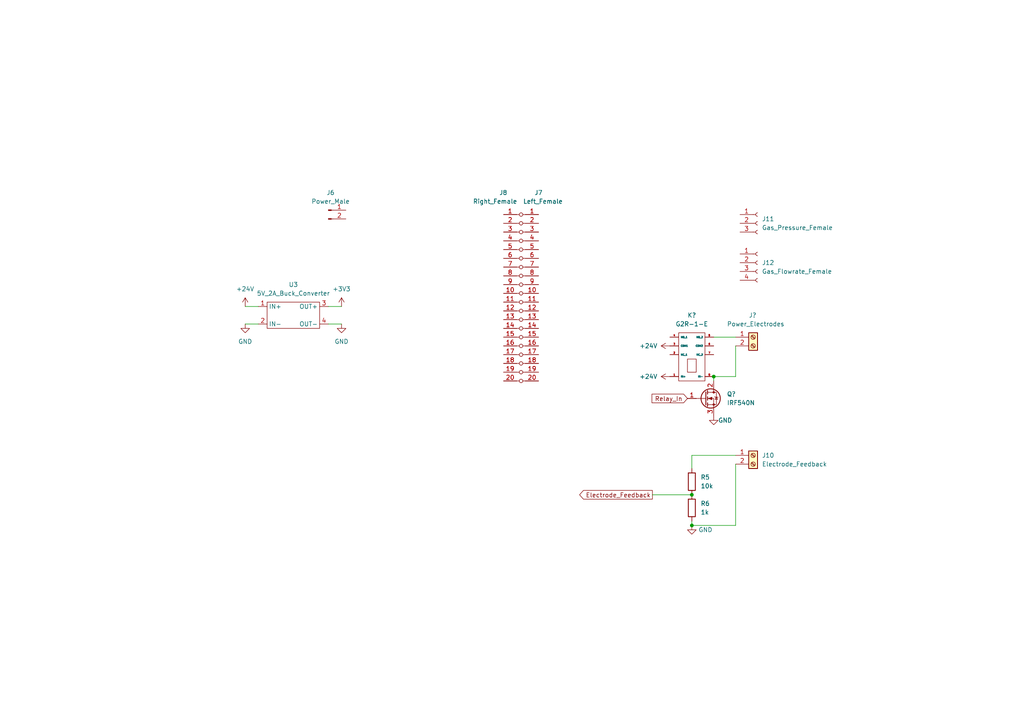
<source format=kicad_sch>
(kicad_sch (version 20211123) (generator eeschema)
  (paper "A4")
  (lib_symbols
    (symbol "5V_2A_Buck_Converter_1"
      (property "Reference" "U" (at 0 8.89 0))
      (property "Value" "5V_2A_Buck_Converter_1" (at 0 6.35 0))
      (symbol "5V_2A_Buck_Converter_1_0_1"
        (rectangle (start -7.62 3.81) (end 7.62 -3.81))
      )
      (symbol "5V_2A_Buck_Converter_1_1_1"
        (pin power_in line (at -10.16 2.54 0) (length 2.54) (name "IN+") (number "1"))
        (pin power_in line (at -10.16 -2.54 0) (length 2.54) (name "IN-") (number "2"))
        (pin power_out line (at 10.16 2.54 180) (length 2.54) (name "OUT+") (number "3"))
        (pin power_out line (at 10.16 -2.54 180) (length 2.54) (name "OUT-") (number "4"))
      )
    )
    (symbol "Connector:Conn_01x02_Male" (pin_names (offset 1.016) hide)
      (property "Reference" "J" (at 0 2.54 0))
      (property "Value" "Conn_01x02_Male" (at 0 -5.08 0))
      (symbol "Conn_01x02_Male_1_1"
        (polyline (pts (xy 1.27 -2.54) (xy 0.8636 -2.54)) (stroke (width 0.1524)))
        (polyline (pts (xy 1.27 0) (xy 0.8636 0)) (stroke (width 0.1524)))
        (rectangle (start 0.8636 -2.413) (end 0 -2.667) (stroke (width 0.1524)) (fill (type outline)))
        (rectangle (start 0.8636 0.127) (end 0 -0.127) (stroke (width 0.1524)) (fill (type outline)))
        (pin passive line (at 5.08 0 180) (length 3.81) (name "Pin_1") (number "1"))
        (pin passive line (at 5.08 -2.54 180) (length 3.81) (name "Pin_2") (number "2"))
      )
    )
    (symbol "Connector:Conn_01x03_Female" (pin_names (offset 1.016) hide)
      (property "Reference" "J" (at 0 5.08 0))
      (property "Value" "Conn_01x03_Female" (at 0 -5.08 0))
      (symbol "Conn_01x03_Female_1_1"
        (arc (start 0 -2.032) (mid -0.508 -2.54) (end 0 -3.048) (stroke (width 0.1524)))
        (polyline (pts (xy -1.27 -2.54) (xy -0.508 -2.54)) (stroke (width 0.1524)))
        (polyline (pts (xy -1.27 0) (xy -0.508 0)) (stroke (width 0.1524)))
        (polyline (pts (xy -1.27 2.54) (xy -0.508 2.54)) (stroke (width 0.1524)))
        (arc (start 0 0.508) (mid -0.508 0) (end 0 -0.508) (stroke (width 0.1524)))
        (arc (start 0 3.048) (mid -0.508 2.54) (end 0 2.032) (stroke (width 0.1524)))
        (pin passive line (at -5.08 2.54 0) (length 3.81) (name "Pin_1") (number "1"))
        (pin passive line (at -5.08 0 0) (length 3.81) (name "Pin_2") (number "2"))
        (pin passive line (at -5.08 -2.54 0) (length 3.81) (name "Pin_3") (number "3"))
      )
    )
    (symbol "Connector:Conn_01x04_Female" (pin_names (offset 1.016) hide)
      (property "Reference" "J" (at 0 5.08 0))
      (property "Value" "Conn_01x04_Female" (at 0 -7.62 0))
      (symbol "Conn_01x04_Female_1_1"
        (arc (start 0 -4.572) (mid -0.508 -5.08) (end 0 -5.588) (stroke (width 0.1524)))
        (arc (start 0 -2.032) (mid -0.508 -2.54) (end 0 -3.048) (stroke (width 0.1524)))
        (polyline (pts (xy -1.27 -5.08) (xy -0.508 -5.08)) (stroke (width 0.1524)))
        (polyline (pts (xy -1.27 -2.54) (xy -0.508 -2.54)) (stroke (width 0.1524)))
        (polyline (pts (xy -1.27 0) (xy -0.508 0)) (stroke (width 0.1524)))
        (polyline (pts (xy -1.27 2.54) (xy -0.508 2.54)) (stroke (width 0.1524)))
        (arc (start 0 0.508) (mid -0.508 0) (end 0 -0.508) (stroke (width 0.1524)))
        (arc (start 0 3.048) (mid -0.508 2.54) (end 0 2.032) (stroke (width 0.1524)))
        (pin passive line (at -5.08 2.54 0) (length 3.81) (name "Pin_1") (number "1"))
        (pin passive line (at -5.08 0 0) (length 3.81) (name "Pin_2") (number "2"))
        (pin passive line (at -5.08 -2.54 0) (length 3.81) (name "Pin_3") (number "3"))
        (pin passive line (at -5.08 -5.08 0) (length 3.81) (name "Pin_4") (number "4"))
      )
    )
    (symbol "Connector:Conn_01x20_Female" (pin_names (offset 1.016) hide)
      (property "Reference" "J" (at 0 25.4 0))
      (property "Value" "Conn_01x20_Female" (at 0 -27.94 0))
      (symbol "Conn_01x20_Female_1_1"
        (arc (start 0 -24.892) (mid -0.508 -25.4) (end 0 -25.908) (stroke (width 0.1524)))
        (arc (start 0 -22.352) (mid -0.508 -22.86) (end 0 -23.368) (stroke (width 0.1524)))
        (arc (start 0 -19.812) (mid -0.508 -20.32) (end 0 -20.828) (stroke (width 0.1524)))
        (arc (start 0 -17.272) (mid -0.508 -17.78) (end 0 -18.288) (stroke (width 0.1524)))
        (arc (start 0 -14.732) (mid -0.508 -15.24) (end 0 -15.748) (stroke (width 0.1524)))
        (arc (start 0 -12.192) (mid -0.508 -12.7) (end 0 -13.208) (stroke (width 0.1524)))
        (arc (start 0 -9.652) (mid -0.508 -10.16) (end 0 -10.668) (stroke (width 0.1524)))
        (arc (start 0 -7.112) (mid -0.508 -7.62) (end 0 -8.128) (stroke (width 0.1524)))
        (arc (start 0 -4.572) (mid -0.508 -5.08) (end 0 -5.588) (stroke (width 0.1524)))
        (arc (start 0 -2.032) (mid -0.508 -2.54) (end 0 -3.048) (stroke (width 0.1524)))
        (polyline (pts (xy -1.27 -25.4) (xy -0.508 -25.4)) (stroke (width 0.1524)))
        (polyline (pts (xy -1.27 -22.86) (xy -0.508 -22.86)) (stroke (width 0.1524)))
        (polyline (pts (xy -1.27 -20.32) (xy -0.508 -20.32)) (stroke (width 0.1524)))
        (polyline (pts (xy -1.27 -17.78) (xy -0.508 -17.78)) (stroke (width 0.1524)))
        (polyline (pts (xy -1.27 -15.24) (xy -0.508 -15.24)) (stroke (width 0.1524)))
        (polyline (pts (xy -1.27 -12.7) (xy -0.508 -12.7)) (stroke (width 0.1524)))
        (polyline (pts (xy -1.27 -10.16) (xy -0.508 -10.16)) (stroke (width 0.1524)))
        (polyline (pts (xy -1.27 -7.62) (xy -0.508 -7.62)) (stroke (width 0.1524)))
        (polyline (pts (xy -1.27 -5.08) (xy -0.508 -5.08)) (stroke (width 0.1524)))
        (polyline (pts (xy -1.27 -2.54) (xy -0.508 -2.54)) (stroke (width 0.1524)))
        (polyline (pts (xy -1.27 0) (xy -0.508 0)) (stroke (width 0.1524)))
        (polyline (pts (xy -1.27 2.54) (xy -0.508 2.54)) (stroke (width 0.1524)))
        (polyline (pts (xy -1.27 5.08) (xy -0.508 5.08)) (stroke (width 0.1524)))
        (polyline (pts (xy -1.27 7.62) (xy -0.508 7.62)) (stroke (width 0.1524)))
        (polyline (pts (xy -1.27 10.16) (xy -0.508 10.16)) (stroke (width 0.1524)))
        (polyline (pts (xy -1.27 12.7) (xy -0.508 12.7)) (stroke (width 0.1524)))
        (polyline (pts (xy -1.27 15.24) (xy -0.508 15.24)) (stroke (width 0.1524)))
        (polyline (pts (xy -1.27 17.78) (xy -0.508 17.78)) (stroke (width 0.1524)))
        (polyline (pts (xy -1.27 20.32) (xy -0.508 20.32)) (stroke (width 0.1524)))
        (polyline (pts (xy -1.27 22.86) (xy -0.508 22.86)) (stroke (width 0.1524)))
        (arc (start 0 0.508) (mid -0.508 0) (end 0 -0.508) (stroke (width 0.1524)))
        (arc (start 0 3.048) (mid -0.508 2.54) (end 0 2.032) (stroke (width 0.1524)))
        (arc (start 0 5.588) (mid -0.508 5.08) (end 0 4.572) (stroke (width 0.1524)))
        (arc (start 0 8.128) (mid -0.508 7.62) (end 0 7.112) (stroke (width 0.1524)))
        (arc (start 0 10.668) (mid -0.508 10.16) (end 0 9.652) (stroke (width 0.1524)))
        (arc (start 0 13.208) (mid -0.508 12.7) (end 0 12.192) (stroke (width 0.1524)))
        (arc (start 0 15.748) (mid -0.508 15.24) (end 0 14.732) (stroke (width 0.1524)))
        (arc (start 0 18.288) (mid -0.508 17.78) (end 0 17.272) (stroke (width 0.1524)))
        (arc (start 0 20.828) (mid -0.508 20.32) (end 0 19.812) (stroke (width 0.1524)))
        (arc (start 0 23.368) (mid -0.508 22.86) (end 0 22.352) (stroke (width 0.1524)))
        (pin passive line (at -5.08 22.86 0) (length 3.81) (name "Pin_1") (number "1"))
        (pin passive line (at -5.08 0 0) (length 3.81) (name "Pin_10") (number "10"))
        (pin passive line (at -5.08 -2.54 0) (length 3.81) (name "Pin_11") (number "11"))
        (pin passive line (at -5.08 -5.08 0) (length 3.81) (name "Pin_12") (number "12"))
        (pin passive line (at -5.08 -7.62 0) (length 3.81) (name "Pin_13") (number "13"))
        (pin passive line (at -5.08 -10.16 0) (length 3.81) (name "Pin_14") (number "14"))
        (pin passive line (at -5.08 -12.7 0) (length 3.81) (name "Pin_15") (number "15"))
        (pin passive line (at -5.08 -15.24 0) (length 3.81) (name "Pin_16") (number "16"))
        (pin passive line (at -5.08 -17.78 0) (length 3.81) (name "Pin_17") (number "17"))
        (pin passive line (at -5.08 -20.32 0) (length 3.81) (name "Pin_18") (number "18"))
        (pin passive line (at -5.08 -22.86 0) (length 3.81) (name "Pin_19") (number "19"))
        (pin passive line (at -5.08 20.32 0) (length 3.81) (name "Pin_2") (number "2"))
        (pin passive line (at -5.08 -25.4 0) (length 3.81) (name "Pin_20") (number "20"))
        (pin passive line (at -5.08 17.78 0) (length 3.81) (name "Pin_3") (number "3"))
        (pin passive line (at -5.08 15.24 0) (length 3.81) (name "Pin_4") (number "4"))
        (pin passive line (at -5.08 12.7 0) (length 3.81) (name "Pin_5") (number "5"))
        (pin passive line (at -5.08 10.16 0) (length 3.81) (name "Pin_6") (number "6"))
        (pin passive line (at -5.08 7.62 0) (length 3.81) (name "Pin_7") (number "7"))
        (pin passive line (at -5.08 5.08 0) (length 3.81) (name "Pin_8") (number "8"))
        (pin passive line (at -5.08 2.54 0) (length 3.81) (name "Pin_9") (number "9"))
      )
    )
    (symbol "Connector:Screw_Terminal_01x02" (pin_names (offset 1.016) hide)
      (property "Reference" "J" (at 0 2.54 0))
      (property "Value" "Screw_Terminal_01x02" (at 0 -5.08 0))
      (symbol "Screw_Terminal_01x02_1_1"
        (rectangle (start -1.27 1.27) (end 1.27 -3.81) (stroke (width 0.254)) (fill (type background)))
        (circle (center 0 -2.54) (radius 0.635) (stroke (width 0.1524)))
        (polyline (pts (xy -0.5334 -2.2098) (xy 0.3302 -3.048)) (stroke (width 0.1524)))
        (polyline (pts (xy -0.5334 0.3302) (xy 0.3302 -0.508)) (stroke (width 0.1524)))
        (polyline (pts (xy -0.3556 -2.032) (xy 0.508 -2.8702)) (stroke (width 0.1524)))
        (polyline (pts (xy -0.3556 0.508) (xy 0.508 -0.3302)) (stroke (width 0.1524)))
        (circle (center 0 0) (radius 0.635) (stroke (width 0.1524)))
        (pin passive line (at -5.08 0 0) (length 3.81) (name "Pin_1") (number "1"))
        (pin passive line (at -5.08 -2.54 0) (length 3.81) (name "Pin_2") (number "2"))
      )
    )
    (symbol "Device:R" (pin_numbers hide) (pin_names (offset 0))
      (property "Reference" "R" (at 2.032 0 90))
      (property "Value" "R" (at 0 0 90))
      (symbol "R_0_1"
        (rectangle (start -1.016 -2.54) (end 1.016 2.54) (stroke (width 0.254)))
      )
      (symbol "R_1_1"
        (pin passive line (at 0 3.81 270) (length 1.27) (name "~") (number "1"))
        (pin passive line (at 0 -3.81 90) (length 1.27) (name "~") (number "2"))
      )
    )
    (symbol "Transistor_FET:IRF540N" (pin_names hide)
      (property "Reference" "Q" (at 6.35 1.905 0))
      (property "Value" "IRF540N" (at 6.35 0 0))
      (symbol "IRF540N_0_1"
        (polyline (pts (xy 0.254 0) (xy -2.54 0)))
        (polyline (pts (xy 0.254 1.905) (xy 0.254 -1.905)) (stroke (width 0.254)))
        (polyline (pts (xy 0.762 -1.27) (xy 0.762 -2.286)) (stroke (width 0.254)))
        (polyline (pts (xy 0.762 0.508) (xy 0.762 -0.508)) (stroke (width 0.254)))
        (polyline (pts (xy 0.762 2.286) (xy 0.762 1.27)) (stroke (width 0.254)))
        (polyline (pts (xy 2.54 2.54) (xy 2.54 1.778)))
        (polyline (pts (xy 2.54 -2.54) (xy 2.54 0) (xy 0.762 0)))
        (polyline (pts (xy 0.762 -1.778) (xy 3.302 -1.778) (xy 3.302 1.778) (xy 0.762 1.778)))
        (polyline (pts (xy 1.016 0) (xy 2.032 0.381) (xy 2.032 -0.381) (xy 1.016 0)) (fill (type outline)))
        (polyline (pts (xy 2.794 0.508) (xy 2.921 0.381) (xy 3.683 0.381) (xy 3.81 0.254)))
        (polyline (pts (xy 3.302 0.381) (xy 2.921 -0.254) (xy 3.683 -0.254) (xy 3.302 0.381)))
        (circle (center 1.651 0) (radius 2.794) (stroke (width 0.254)))
        (circle (center 2.54 -1.778) (radius 0.254) (fill (type outline)))
        (circle (center 2.54 1.778) (radius 0.254) (fill (type outline)))
      )
      (symbol "IRF540N_1_1"
        (pin input line (at -5.08 0 0) (length 2.54) (name "G") (number "1"))
        (pin passive line (at 2.54 5.08 270) (length 2.54) (name "D") (number "2"))
        (pin passive line (at 2.54 -5.08 90) (length 2.54) (name "S") (number "3"))
      )
    )
    (symbol "interface_devices:G2R-1-E"
      (property "Reference" "K" (at 0 8.89 0))
      (property "Value" "G2R-1-E" (at 0 6.35 0))
      (symbol "G2R-1-E_0_1"
        (rectangle (start -3.81 5.08) (end 3.81 -8.89))
        (rectangle (start -1.27 -2.54) (end 1.27 -6.35))
      )
      (symbol "G2R-1-E_1_1"
        (pin power_out line (at -6.35 -7.62 0) (length 2.54) (name "IN+") (number "1"))
        (pin power_out line (at -6.35 -1.27 0) (length 2.54) (name "NC_1") (number "2"))
        (pin power_out line (at -6.35 1.27 0) (length 2.54) (name "COM1") (number "3"))
        (pin power_out line (at -6.35 3.81 0) (length 2.54) (name "NO_1") (number "4"))
        (pin power_out line (at 6.35 3.81 180) (length 2.54) (name "NO_2") (number "5"))
        (pin power_out line (at 6.35 1.27 180) (length 2.54) (name "COM2") (number "6"))
        (pin power_out line (at 6.35 -1.27 180) (length 2.54) (name "NC_2") (number "7"))
        (pin power_in line (at 6.35 -7.62 180) (length 2.54) (name "IN-") (number "8"))
      )
    )
    (symbol "power:+24V" (power) (pin_names (offset 0))
      (property "Value" "+24V" (at 0 3.556 0))
      (symbol "+24V_0_1"
        (polyline (pts (xy -0.762 1.27) (xy 0 2.54)))
        (polyline (pts (xy 0 0) (xy 0 2.54)))
        (polyline (pts (xy 0 2.54) (xy 0.762 1.27)))
      )
      (symbol "+24V_1_1"
        (pin power_in line (at 0 0 90) (length 0) hide (name "+24V") (number "1"))
      )
    )
    (symbol "power:+3.3V" (power) (pin_names (offset 0))
      (property "Value" "+3.3V" (at 0 3.556 0))
      (symbol "+3.3V_0_1"
        (polyline (pts (xy -0.762 1.27) (xy 0 2.54)))
        (polyline (pts (xy 0 0) (xy 0 2.54)))
        (polyline (pts (xy 0 2.54) (xy 0.762 1.27)))
      )
      (symbol "+3.3V_1_1"
        (pin power_in line (at 0 0 90) (length 0) hide (name "+3V3") (number "1"))
      )
    )
    (symbol "power:GND" (power) (pin_names (offset 0))
      (property "Value" "GND" (at 0 -3.81 0))
      (symbol "GND_0_1"
        (polyline (pts (xy 0 0) (xy 0 -1.27) (xy 1.27 -1.27) (xy 0 -2.54) (xy -1.27 -1.27) (xy 0 -1.27)))
      )
      (symbol "GND_1_1"
        (pin power_in line (at 0 0 270) (length 0) hide (name "GND") (number "1"))
      )
    )
  )
  (junction (at 207.01 109.22))
  (junction (at 200.66 152.4))
  (junction (at 200.66 143.51))
  (wire (pts (xy 213.36 134.62) (xy 213.36 152.4)))
  (wire (pts (xy 189.23 143.51) (xy 200.66 143.51)))
  (wire (pts (xy 71.12 93.98) (xy 74.93 93.98)))
  (wire (pts (xy 207.01 97.79) (xy 213.36 97.79)))
  (wire (pts (xy 200.66 132.08) (xy 200.66 135.89)))
  (wire (pts (xy 213.36 100.33) (xy 213.36 109.22)))
  (wire (pts (xy 213.36 109.22) (xy 207.01 109.22)))
  (wire (pts (xy 200.66 152.4) (xy 200.66 151.13)))
  (wire (pts (xy 71.12 88.9) (xy 74.93 88.9)))
  (wire (pts (xy 213.36 132.08) (xy 200.66 132.08)))
  (wire (pts (xy 207.01 110.49) (xy 207.01 109.22)))
  (wire (pts (xy 99.06 93.98) (xy 95.25 93.98)))
  (wire (pts (xy 213.36 152.4) (xy 200.66 152.4)))
  (wire (pts (xy 99.06 88.9) (xy 95.25 88.9)))
  (global_label "Relay_In" (shape input) (at 199.39 115.57 180) (property "Intersheet References" "${INTERSHEET_REFS}" (effects hide)))
  (global_label "Electrode_Feedback" (shape output) (at 189.23 143.51 180) (property "Intersheet References" "${INTERSHEET_REFS}" (effects hide)))
  (symbol (lib_id "Connector:Conn_01x20_Female") (at 151.13 85.09 0) (mirror y) (unit 1)
    (property "Reference" "J7" (at 156.21 55.88 0))
    (property "Value" "Left_Female" (at 157.48 58.42 0))
  )
  (symbol (lib_id "power:GND") (at 207.01 120.65 0) (unit 1)
    (property "Reference" "#PWR?" (effects hide))
    (property "Value" "GND" (at 208.28 121.92 0) (effects (justify left)))
  )
  (symbol (lib_id "Connector:Screw_Terminal_01x02") (at 218.44 97.79 0) (unit 1)
    (property "Reference" "J?" (at 217.17 91.44 0) (effects (justify left)))
    (property "Value" "Power_Electrodes" (at 210.82 93.98 0) (effects (justify left)))
  )
  (symbol (lib_id "power:+24V") (at 194.31 109.22 90) (unit 1)
    (property "Reference" "#PWR?" (effects hide))
    (property "Value" "+24V" (at 185.42 109.22 90) (effects (justify right)))
  )
  (symbol (lib_id "Device:R") (at 200.66 147.32 0) (unit 1)
    (property "Reference" "R6" (at 203.2 146.0499 0) (effects (justify left)))
    (property "Value" "1k" (at 203.2 148.5899 0) (effects (justify left)))
  )
  (symbol (lib_id "power:+24V") (at 71.12 88.9 0) (unit 1)
    (property "Reference" "#PWR019" (effects hide))
    (property "Value" "+24V" (at 71.12 83.82 0))
  )
  (symbol (lib_id "Connector:Conn_01x03_Female") (at 219.71 64.77 0) (unit 1)
    (property "Reference" "J11" (at 220.98 63.4999 0) (effects (justify left)))
    (property "Value" "Gas_Pressure_Female" (at 220.98 66.0399 0) (effects (justify left)))
  )
  (symbol (lib_id "Connector:Conn_01x04_Female") (at 219.71 76.2 0) (unit 1)
    (property "Reference" "J12" (at 220.98 76.1999 0) (effects (justify left)))
    (property "Value" "Gas_Flowrate_Female" (at 220.98 78.7399 0) (effects (justify left)))
  )
  (symbol (lib_id "power:GND") (at 99.06 93.98 0) (unit 1)
    (property "Reference" "#PWR024" (effects hide))
    (property "Value" "GND" (at 99.06 99.06 0))
  )
  (symbol (lib_id "Transistor_FET:IRF540N") (at 204.47 115.57 0) (unit 1)
    (property "Reference" "Q?" (at 210.82 114.2999 0) (effects (justify left)))
    (property "Value" "IRF540N" (at 210.82 116.8399 0) (effects (justify left)))
    (property "Footprint" "Package_TO_SOT_THT:TO-220-3_Vertical" (effects hide))
    (property "Datasheet" "http://www.irf.com/product-info/datasheets/data/irf540n.pdf" (effects hide))
  )
  (symbol (lib_id "Connector:Conn_01x20_Female") (at 151.13 85.09 0) (unit 1)
    (property "Reference" "J8" (at 144.78 55.88 0) (effects (justify left)))
    (property "Value" "Right_Female" (at 137.16 58.42 0) (effects (justify left)))
  )
  (symbol (lib_id "power:+3.3V") (at 99.06 88.9 0) (unit 1)
    (property "Reference" "#PWR023" (effects hide))
    (property "Value" "+3.3V" (at 99.06 83.82 0))
  )
  (symbol (lib_id "Connector:Screw_Terminal_01x02") (at 218.44 132.08 0) (unit 1)
    (property "Reference" "J10" (at 220.98 132.0799 0) (effects (justify left)))
    (property "Value" "Electrode_Feedback" (at 220.98 134.6199 0) (effects (justify left)))
  )
  (symbol (lib_name "5V_2A_Buck_Converter_1") (lib_id "interface_devices:5V_2A_Buck_Converter") (at 85.09 91.44 0) (unit 1)
    (property "Reference" "U3" (at 85.09 82.55 0))
    (property "Value" "5V_2A_Buck_Converter" (at 85.09 85.09 0))
  )
  (symbol (lib_id "power:+24V") (at 194.31 100.33 90) (unit 1)
    (property "Reference" "#PWR?" (effects hide))
    (property "Value" "+24V" (at 185.42 100.33 90) (effects (justify right)))
  )
  (symbol (lib_id "interface_devices:G2R-1-E") (at 200.66 101.6 0) (unit 1)
    (property "Reference" "K?" (at 200.66 91.44 0))
    (property "Value" "G2R-1-E" (at 200.66 93.98 0))
  )
  (symbol (lib_id "power:GND") (at 200.66 152.4 0) (unit 1)
    (property "Reference" "#PWR026" (effects hide))
    (property "Value" "GND" (at 202.565 153.6699 0) (effects (justify left)))
  )
  (symbol (lib_id "Connector:Conn_01x02_Male") (at 95.25 60.96 0) (unit 1)
    (property "Reference" "J6" (at 95.885 55.88 0))
    (property "Value" "Power_Male" (at 95.885 58.42 0))
  )
  (symbol (lib_id "power:GND") (at 71.12 93.98 0) (unit 1)
    (property "Reference" "#PWR020" (effects hide))
    (property "Value" "GND" (at 71.12 99.06 0))
  )
  (symbol (lib_id "Device:R") (at 200.66 139.7 0) (unit 1)
    (property "Reference" "R5" (at 203.2 138.4299 0) (effects (justify left)))
    (property "Value" "10k" (at 203.2 140.9699 0) (effects (justify left)))
  )
)
</source>
